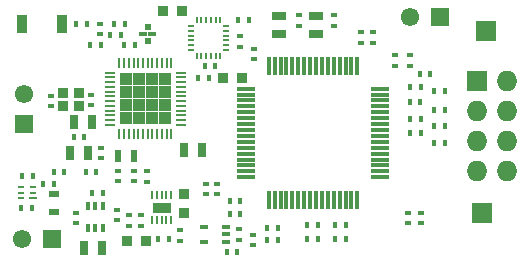
<source format=gts>
G04 #@! TF.FileFunction,Soldermask,Top*
%FSLAX46Y46*%
G04 Gerber Fmt 4.6, Leading zero omitted, Abs format (unit mm)*
G04 Created by KiCad (PCBNEW 4.0.6) date 09/14/17 18:40:33*
%MOMM*%
%LPD*%
G01*
G04 APERTURE LIST*
%ADD10C,0.150000*%
%ADD11R,0.428780X0.629440*%
%ADD12R,0.629440X0.428780*%
%ADD13R,0.665000X1.173000*%
%ADD14R,0.430000X0.680000*%
%ADD15R,1.554000X1.554000*%
%ADD16C,1.554000*%
%ADD17R,0.830000X0.830000*%
%ADD18R,0.230000X0.530000*%
%ADD19R,0.230000X0.580000*%
%ADD20R,0.530000X0.230000*%
%ADD21R,0.580000X0.230000*%
%ADD22R,0.730000X0.330000*%
%ADD23R,0.630000X0.630000*%
%ADD24R,1.730000X1.730000*%
%ADD25R,1.173000X0.665000*%
%ADD26R,1.530000X0.330000*%
%ADD27R,0.330000X1.530000*%
%ADD28R,0.930000X0.830000*%
%ADD29R,0.830000X1.630000*%
%ADD30O,1.730000X1.730000*%
%ADD31R,0.230000X0.830000*%
%ADD32R,0.830000X0.230000*%
%ADD33R,1.142500X1.142500*%
%ADD34R,0.630000X1.130000*%
%ADD35R,0.270000X0.730000*%
%ADD36R,1.530000X0.930000*%
%ADD37R,0.680000X0.430000*%
%ADD38R,0.730000X0.280000*%
%ADD39R,0.630000X0.280000*%
%ADD40R,0.930000X0.530000*%
G04 APERTURE END LIST*
D10*
D11*
X274207080Y-141962500D03*
X273307920Y-141962500D03*
D12*
X271957500Y-144562080D03*
X271957500Y-143662920D03*
D13*
X272595500Y-146612500D03*
X274119500Y-146612500D03*
D14*
X274207500Y-143062500D03*
X272907500Y-143062500D03*
X273557500Y-144962500D03*
X273557500Y-143062500D03*
X272907500Y-144962500D03*
X274207500Y-144962500D03*
X274207500Y-143062500D03*
X272907500Y-143062500D03*
X273557500Y-144962500D03*
X273557500Y-143062500D03*
X272907500Y-144962500D03*
X274207500Y-144962500D03*
D13*
X272595500Y-146612500D03*
X274119500Y-146612500D03*
D12*
X271957500Y-144562080D03*
X271957500Y-143662920D03*
D11*
X274207080Y-141962500D03*
X273307920Y-141962500D03*
X284700420Y-146980000D03*
X285599580Y-146980000D03*
D12*
X286880000Y-146399580D03*
X286880000Y-145500420D03*
X285690000Y-145949580D03*
X285690000Y-145050420D03*
D11*
X273649580Y-140200000D03*
X272750420Y-140200000D03*
D15*
X267535000Y-136150000D03*
D16*
X267535000Y-133610000D03*
D11*
X268289580Y-140550000D03*
X267390420Y-140550000D03*
X270050420Y-140210000D03*
X270949580Y-140210000D03*
X268189580Y-143290000D03*
X267290420Y-143290000D03*
X269150420Y-141180000D03*
X270049580Y-141180000D03*
D12*
X277980000Y-141009580D03*
X277980000Y-140110420D03*
D11*
X279799580Y-145890000D03*
X278900420Y-145890000D03*
D12*
X277460000Y-143850420D03*
X277460000Y-144749580D03*
X280720000Y-146019580D03*
X280720000Y-145120420D03*
X276430000Y-144749580D03*
X276430000Y-143850420D03*
D17*
X281080000Y-143700000D03*
X281080000Y-142100000D03*
X277885000Y-146005000D03*
X276285000Y-146005000D03*
X280935000Y-126555000D03*
X279335000Y-126555000D03*
D12*
X283885000Y-141180420D03*
X283885000Y-142079580D03*
X282935000Y-142079580D03*
X282935000Y-141180420D03*
X274070000Y-139049580D03*
X274070000Y-138150420D03*
D18*
X282140000Y-130350000D03*
D19*
X282540000Y-130350000D03*
X282940000Y-130350000D03*
X283340000Y-130350000D03*
X283740000Y-130350000D03*
D18*
X284140000Y-130350000D03*
D20*
X284640000Y-129850000D03*
D21*
X284640000Y-129450000D03*
X284640000Y-129050000D03*
X284640000Y-128650000D03*
X284640000Y-128250000D03*
D20*
X284640000Y-127850000D03*
D18*
X284140000Y-127350000D03*
D19*
X283740000Y-127350000D03*
X283340000Y-127350000D03*
X282940000Y-127350000D03*
X282540000Y-127350000D03*
D18*
X282140000Y-127350000D03*
D20*
X281640000Y-127850000D03*
D21*
X281640000Y-128250000D03*
X281640000Y-128650000D03*
X281640000Y-129050000D03*
X281640000Y-129450000D03*
D20*
X281640000Y-129850000D03*
D11*
X283199580Y-132210000D03*
X282300420Y-132210000D03*
X283719580Y-131270000D03*
X282820420Y-131270000D03*
X285650420Y-127360000D03*
X286549580Y-127360000D03*
D12*
X285780000Y-128730420D03*
X285780000Y-129629580D03*
D22*
X278326500Y-128500000D03*
D23*
X278000000Y-129112500D03*
X278000000Y-127887500D03*
D22*
X277637500Y-128500000D03*
D11*
X275729580Y-128620000D03*
X274830420Y-128620000D03*
X273150420Y-129450000D03*
X274049580Y-129450000D03*
X302250420Y-134930000D03*
X303149580Y-134930000D03*
X302250420Y-137770000D03*
X303149580Y-137770000D03*
X302240420Y-136300000D03*
X303139580Y-136300000D03*
X302250420Y-133375000D03*
X303149580Y-133375000D03*
D24*
X306600000Y-128300000D03*
D25*
X289100000Y-128512000D03*
X289100000Y-126988000D03*
D15*
X302760000Y-127060000D03*
D16*
X300220000Y-127060000D03*
D12*
X297075000Y-128375420D03*
X297075000Y-129274580D03*
D26*
X297700000Y-140650000D03*
X297700000Y-140150000D03*
X297700000Y-139650000D03*
X297700000Y-139150000D03*
X297700000Y-138650000D03*
X297700000Y-138150000D03*
X297700000Y-137650000D03*
X297700000Y-137150000D03*
X297700000Y-136650000D03*
X297700000Y-136150000D03*
X297700000Y-135650000D03*
X297700000Y-135150000D03*
X297700000Y-134650000D03*
X297700000Y-134150000D03*
X297700000Y-133650000D03*
X297700000Y-133150000D03*
D27*
X295750000Y-131200000D03*
X295250000Y-131200000D03*
X294750000Y-131200000D03*
X294250000Y-131200000D03*
X293750000Y-131200000D03*
X293250000Y-131200000D03*
X292750000Y-131200000D03*
X292250000Y-131200000D03*
X291750000Y-131200000D03*
X291250000Y-131200000D03*
X290750000Y-131200000D03*
X290250000Y-131200000D03*
X289750000Y-131200000D03*
X289250000Y-131200000D03*
X288750000Y-131200000D03*
X288250000Y-131200000D03*
D26*
X286300000Y-133150000D03*
X286300000Y-133650000D03*
X286300000Y-134150000D03*
X286300000Y-134650000D03*
X286300000Y-135150000D03*
X286300000Y-135650000D03*
X286300000Y-136150000D03*
X286300000Y-136650000D03*
X286300000Y-137150000D03*
X286300000Y-137650000D03*
X286300000Y-138150000D03*
X286300000Y-138650000D03*
X286300000Y-139150000D03*
X286300000Y-139650000D03*
X286300000Y-140150000D03*
X286300000Y-140650000D03*
D27*
X288250000Y-142600000D03*
X288750000Y-142600000D03*
X289250000Y-142600000D03*
X289750000Y-142600000D03*
X290250000Y-142600000D03*
X290750000Y-142600000D03*
X291250000Y-142600000D03*
X291750000Y-142600000D03*
X292250000Y-142600000D03*
X292750000Y-142600000D03*
X293250000Y-142600000D03*
X293750000Y-142600000D03*
X294250000Y-142600000D03*
X294750000Y-142600000D03*
X295250000Y-142600000D03*
X295750000Y-142600000D03*
D11*
X288100420Y-144950000D03*
X288999580Y-144950000D03*
X288100420Y-146000000D03*
X288999580Y-146000000D03*
D12*
X290800000Y-127849580D03*
X290800000Y-126950420D03*
X296025000Y-128375420D03*
X296025000Y-129274580D03*
D11*
X284950420Y-142675000D03*
X285849580Y-142675000D03*
X301025420Y-131875000D03*
X301924580Y-131875000D03*
X285849580Y-143750000D03*
X284950420Y-143750000D03*
X291500420Y-145850000D03*
X292399580Y-145850000D03*
X291500420Y-144725000D03*
X292399580Y-144725000D03*
X294749580Y-145900000D03*
X293850420Y-145900000D03*
D12*
X286975000Y-129775420D03*
X286975000Y-130674580D03*
D11*
X294749580Y-144725000D03*
X293850420Y-144725000D03*
D12*
X293775000Y-126950420D03*
X293775000Y-127849580D03*
X300200000Y-130300420D03*
X300200000Y-131199580D03*
X298975000Y-130300420D03*
X298975000Y-131199580D03*
D25*
X292275000Y-126963000D03*
X292275000Y-128487000D03*
D12*
X275435000Y-143380420D03*
X275435000Y-144279580D03*
X300075000Y-144549580D03*
X300075000Y-143650420D03*
X301175000Y-144549580D03*
X301175000Y-143650420D03*
D11*
X300200420Y-133000000D03*
X301099580Y-133000000D03*
X300175420Y-134250000D03*
X301074580Y-134250000D03*
X300200420Y-135690000D03*
X301099580Y-135690000D03*
X300200420Y-136910000D03*
X301099580Y-136910000D03*
D17*
X284390000Y-132270000D03*
X285990000Y-132270000D03*
D15*
X269880000Y-145900000D03*
D16*
X267340000Y-145900000D03*
D13*
X272932000Y-138620000D03*
X271408000Y-138620000D03*
D28*
X270800000Y-133500000D03*
X272200000Y-133500000D03*
X270800000Y-134600000D03*
X272200000Y-134600000D03*
D12*
X275450000Y-140100420D03*
X275450000Y-140999580D03*
X269800000Y-133750420D03*
X269800000Y-134649580D03*
X273200000Y-134549580D03*
X273200000Y-133650420D03*
D11*
X276899580Y-129450000D03*
X276000420Y-129450000D03*
D12*
X276850000Y-140100420D03*
X276850000Y-140999580D03*
D29*
X270745000Y-127673000D03*
X267345000Y-127673000D03*
D11*
X272849580Y-127700000D03*
X271950420Y-127700000D03*
D12*
X274000000Y-127650420D03*
X274000000Y-128549580D03*
D11*
X276049580Y-127700000D03*
X275150420Y-127700000D03*
X271730420Y-137270000D03*
X272629580Y-137270000D03*
D13*
X273262000Y-136000000D03*
X271738000Y-136000000D03*
X281058000Y-138300000D03*
X282582000Y-138300000D03*
D24*
X306340000Y-143650000D03*
X305880000Y-132540000D03*
D30*
X308420000Y-132540000D03*
X305880000Y-135080000D03*
X308420000Y-135080000D03*
X305880000Y-137620000D03*
X308420000Y-137620000D03*
X305880000Y-140160000D03*
X308420000Y-140160000D03*
D31*
X275600000Y-137000000D03*
X276000000Y-137000000D03*
X276400000Y-137000000D03*
X276800000Y-137000000D03*
X277200000Y-137000000D03*
X277600000Y-137000000D03*
X278000000Y-137000000D03*
X278400000Y-137000000D03*
X278800000Y-137000000D03*
X279200000Y-137000000D03*
X279600000Y-137000000D03*
X280000000Y-137000000D03*
D32*
X280800000Y-136200000D03*
X280800000Y-135800000D03*
X280800000Y-135400000D03*
X280800000Y-135000000D03*
X280800000Y-134600000D03*
X280800000Y-134200000D03*
X280800000Y-133800000D03*
X280800000Y-133400000D03*
X280800000Y-133000000D03*
X280800000Y-132600000D03*
X280800000Y-132200000D03*
X280800000Y-131800000D03*
D31*
X280000000Y-131000000D03*
X279600000Y-131000000D03*
X279200000Y-131000000D03*
X278800000Y-131000000D03*
X278400000Y-131000000D03*
X278000000Y-131000000D03*
X277600000Y-131000000D03*
X277200000Y-131000000D03*
X276800000Y-131000000D03*
X276400000Y-131000000D03*
X276000000Y-131000000D03*
X275600000Y-131000000D03*
D32*
X274800000Y-131800000D03*
X274800000Y-132200000D03*
X274800000Y-132600000D03*
X274800000Y-133000000D03*
X274800000Y-133400000D03*
X274800000Y-133800000D03*
X274800000Y-134200000D03*
X274800000Y-134600000D03*
X274800000Y-135000000D03*
X274800000Y-135400000D03*
X274800000Y-135800000D03*
X274800000Y-136200000D03*
D33*
X279468750Y-132331250D03*
X278356250Y-132331250D03*
X277243750Y-132331250D03*
X276131250Y-132331250D03*
X279468750Y-133443750D03*
X278356250Y-133443750D03*
X277243750Y-133443750D03*
X276131250Y-133443750D03*
X279468750Y-134556250D03*
X278356250Y-134556250D03*
X277243750Y-134556250D03*
X276131250Y-134556250D03*
X279468750Y-135668750D03*
X278356250Y-135668750D03*
X277243750Y-135668750D03*
X276131250Y-135668750D03*
D34*
X276850000Y-138850000D03*
X275450000Y-138850000D03*
D35*
X278370000Y-144290000D03*
X278770000Y-144290000D03*
X279170000Y-144290000D03*
X279570000Y-144290000D03*
X279970000Y-144290000D03*
X279970000Y-142190000D03*
X279570000Y-142190000D03*
X279170000Y-142190000D03*
X278770000Y-142190000D03*
X278370000Y-142190000D03*
D36*
X279170000Y-143240000D03*
D37*
X284630000Y-146140000D03*
X284630000Y-144840000D03*
X284630000Y-145490000D03*
X282730000Y-144840000D03*
X282730000Y-146140000D03*
D38*
X268280000Y-142440000D03*
D39*
X268280000Y-141940000D03*
X268280000Y-141440000D03*
X267280000Y-141440000D03*
X267280000Y-141940000D03*
X267280000Y-142440000D03*
D40*
X270100000Y-142055000D03*
X270100000Y-143555000D03*
M02*

</source>
